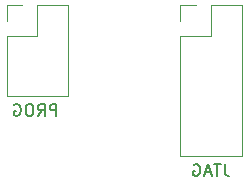
<source format=gbr>
%TF.GenerationSoftware,KiCad,Pcbnew,(6.0.10)*%
%TF.CreationDate,2023-02-13T00:06:07+09:00*%
%TF.ProjectId,esp-prog-adator,6573702d-7072-46f6-972d-616461746f72,2*%
%TF.SameCoordinates,PX85d5798PY7999e20*%
%TF.FileFunction,Legend,Bot*%
%TF.FilePolarity,Positive*%
%FSLAX46Y46*%
G04 Gerber Fmt 4.6, Leading zero omitted, Abs format (unit mm)*
G04 Created by KiCad (PCBNEW (6.0.10)) date 2023-02-13 00:06:07*
%MOMM*%
%LPD*%
G01*
G04 APERTURE LIST*
%ADD10C,0.150000*%
%ADD11C,0.120000*%
%ADD12R,1.700000X1.700000*%
%ADD13O,1.700000X1.700000*%
G04 APERTURE END LIST*
D10*
X12199714Y33456620D02*
X12199714Y34456620D01*
X11818761Y34456620D01*
X11723523Y34409000D01*
X11675904Y34361381D01*
X11628285Y34266143D01*
X11628285Y34123286D01*
X11675904Y34028048D01*
X11723523Y33980429D01*
X11818761Y33932810D01*
X12199714Y33932810D01*
X10628285Y33456620D02*
X10961619Y33932810D01*
X11199714Y33456620D02*
X11199714Y34456620D01*
X10818761Y34456620D01*
X10723523Y34409000D01*
X10675904Y34361381D01*
X10628285Y34266143D01*
X10628285Y34123286D01*
X10675904Y34028048D01*
X10723523Y33980429D01*
X10818761Y33932810D01*
X11199714Y33932810D01*
X10009238Y34456620D02*
X9818761Y34456620D01*
X9723523Y34409000D01*
X9628285Y34313762D01*
X9580666Y34123286D01*
X9580666Y33789953D01*
X9628285Y33599477D01*
X9723523Y33504239D01*
X9818761Y33456620D01*
X10009238Y33456620D01*
X10104476Y33504239D01*
X10199714Y33599477D01*
X10247333Y33789953D01*
X10247333Y34123286D01*
X10199714Y34313762D01*
X10104476Y34409000D01*
X10009238Y34456620D01*
X8628285Y34409000D02*
X8723523Y34456620D01*
X8866380Y34456620D01*
X9009238Y34409000D01*
X9104476Y34313762D01*
X9152095Y34218524D01*
X9199714Y34028048D01*
X9199714Y33885191D01*
X9152095Y33694715D01*
X9104476Y33599477D01*
X9009238Y33504239D01*
X8866380Y33456620D01*
X8771142Y33456620D01*
X8628285Y33504239D01*
X8580666Y33551858D01*
X8580666Y33885191D01*
X8771142Y33885191D01*
X26439666Y29376620D02*
X26439666Y28662334D01*
X26487285Y28519477D01*
X26582523Y28424239D01*
X26725380Y28376620D01*
X26820619Y28376620D01*
X26106333Y29376620D02*
X25534904Y29376620D01*
X25820619Y28376620D02*
X25820619Y29376620D01*
X25249190Y28662334D02*
X24773000Y28662334D01*
X25344428Y28376620D02*
X25011095Y29376620D01*
X24677761Y28376620D01*
X23820619Y29329000D02*
X23915857Y29376620D01*
X24058714Y29376620D01*
X24201571Y29329000D01*
X24296809Y29233762D01*
X24344428Y29138524D01*
X24392047Y28948048D01*
X24392047Y28805191D01*
X24344428Y28614715D01*
X24296809Y28519477D01*
X24201571Y28424239D01*
X24058714Y28376620D01*
X23963476Y28376620D01*
X23820619Y28424239D01*
X23773000Y28471858D01*
X23773000Y28805191D01*
X23963476Y28805191D01*
D11*
%TO.C,JTAG1*%
X27873000Y42833600D02*
X27873000Y30013600D01*
X25273000Y40233600D02*
X22673000Y40233600D01*
X22673000Y42833600D02*
X22673000Y41503600D01*
X24003000Y42833600D02*
X22673000Y42833600D01*
X22673000Y40233600D02*
X22673000Y30013600D01*
X27873000Y42833600D02*
X25273000Y42833600D01*
X27873000Y30013600D02*
X22673000Y30013600D01*
X25273000Y42833600D02*
X25273000Y40233600D01*
%TO.C,PROG1*%
X13181000Y42833600D02*
X13181000Y35093600D01*
X10581000Y42833600D02*
X10581000Y40233600D01*
X13181000Y42833600D02*
X10581000Y42833600D01*
X7981000Y40233600D02*
X7981000Y35093600D01*
X7981000Y42833600D02*
X7981000Y41503600D01*
X10581000Y40233600D02*
X7981000Y40233600D01*
X13181000Y35093600D02*
X7981000Y35093600D01*
X9311000Y42833600D02*
X7981000Y42833600D01*
%TD*%
%LPC*%
D12*
%TO.C,J5*%
X9347000Y46863000D03*
D13*
X11887000Y46863000D03*
X14427000Y46863000D03*
%TD*%
D12*
%TO.C,J6*%
X26347000Y46863000D03*
D13*
X23807000Y46863000D03*
X21267000Y46863000D03*
%TD*%
D12*
%TO.C,J1*%
X5207000Y47853600D03*
D13*
X2667000Y47853600D03*
X5207000Y45313600D03*
X2667000Y45313600D03*
X5207000Y42773600D03*
X2667000Y42773600D03*
X5207000Y40233600D03*
X2667000Y40233600D03*
X5207000Y37693600D03*
X2667000Y37693600D03*
X5207000Y35153600D03*
X2667000Y35153600D03*
X5207000Y32613600D03*
X2667000Y32613600D03*
X5207000Y30073600D03*
X2667000Y30073600D03*
X5207000Y27533600D03*
X2667000Y27533600D03*
X5207000Y24993600D03*
X2667000Y24993600D03*
X5207000Y22453600D03*
X2667000Y22453600D03*
X5207000Y19913600D03*
X2667000Y19913600D03*
X5207000Y17373600D03*
X2667000Y17373600D03*
X5207000Y14833600D03*
X2667000Y14833600D03*
X5207000Y12293600D03*
X2667000Y12293600D03*
X5207000Y9753600D03*
X2667000Y9753600D03*
X5207000Y7213600D03*
X2667000Y7213600D03*
X5207000Y4673600D03*
X2667000Y4673600D03*
X5207000Y2133600D03*
X2667000Y2133600D03*
%TD*%
D12*
%TO.C,J2*%
X33147000Y47853600D03*
D13*
X30607000Y47853600D03*
X33147000Y45313600D03*
X30607000Y45313600D03*
X33147000Y42773600D03*
X30607000Y42773600D03*
X33147000Y40233600D03*
X30607000Y40233600D03*
X33147000Y37693600D03*
X30607000Y37693600D03*
X33147000Y35153600D03*
X30607000Y35153600D03*
X33147000Y32613600D03*
X30607000Y32613600D03*
X33147000Y30073600D03*
X30607000Y30073600D03*
X33147000Y27533600D03*
X30607000Y27533600D03*
X33147000Y24993600D03*
X30607000Y24993600D03*
X33147000Y22453600D03*
X30607000Y22453600D03*
X33147000Y19913600D03*
X30607000Y19913600D03*
X33147000Y17373600D03*
X30607000Y17373600D03*
X33147000Y14833600D03*
X30607000Y14833600D03*
X33147000Y12293600D03*
X30607000Y12293600D03*
X33147000Y9753600D03*
X30607000Y9753600D03*
X33147000Y7213600D03*
X30607000Y7213600D03*
X33147000Y4673600D03*
X30607000Y4673600D03*
X33147000Y2133600D03*
X30607000Y2133600D03*
%TD*%
D12*
%TO.C,JTAG1*%
X24003000Y41503600D03*
D13*
X26543000Y41503600D03*
X24003000Y38963600D03*
X26543000Y38963600D03*
X24003000Y36423600D03*
X26543000Y36423600D03*
X24003000Y33883600D03*
X26543000Y33883600D03*
X24003000Y31343600D03*
X26543000Y31343600D03*
%TD*%
D12*
%TO.C,PROG1*%
X9311000Y41503600D03*
D13*
X11851000Y41503600D03*
X9311000Y38963600D03*
X11851000Y38963600D03*
X9311000Y36423600D03*
X11851000Y36423600D03*
%TD*%
M02*

</source>
